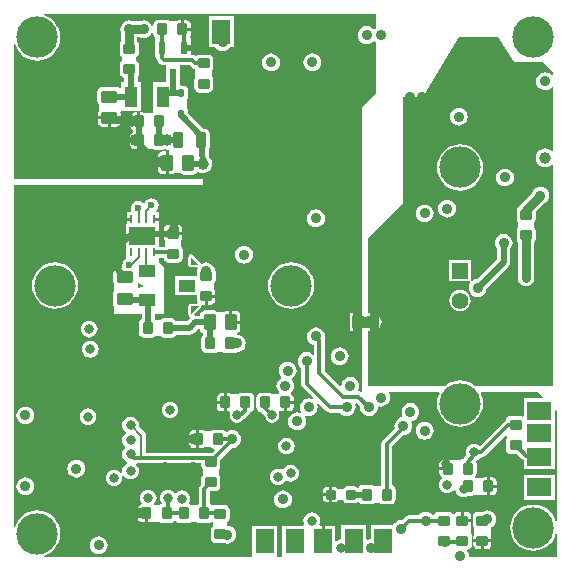
<source format=gbl>
G04 Layer_Physical_Order=4*
G04 Layer_Color=16711680*
%FSLAX44Y44*%
%MOMM*%
G71*
G01*
G75*
%ADD10R,1.5000X2.0000*%
G04:AMPARAMS|DCode=11|XSize=1mm|YSize=0.9mm|CornerRadius=0.1125mm|HoleSize=0mm|Usage=FLASHONLY|Rotation=180.000|XOffset=0mm|YOffset=0mm|HoleType=Round|Shape=RoundedRectangle|*
%AMROUNDEDRECTD11*
21,1,1.0000,0.6750,0,0,180.0*
21,1,0.7750,0.9000,0,0,180.0*
1,1,0.2250,-0.3875,0.3375*
1,1,0.2250,0.3875,0.3375*
1,1,0.2250,0.3875,-0.3375*
1,1,0.2250,-0.3875,-0.3375*
%
%ADD11ROUNDEDRECTD11*%
G04:AMPARAMS|DCode=13|XSize=1mm|YSize=0.9mm|CornerRadius=0.1125mm|HoleSize=0mm|Usage=FLASHONLY|Rotation=90.000|XOffset=0mm|YOffset=0mm|HoleType=Round|Shape=RoundedRectangle|*
%AMROUNDEDRECTD13*
21,1,1.0000,0.6750,0,0,90.0*
21,1,0.7750,0.9000,0,0,90.0*
1,1,0.2250,0.3375,0.3875*
1,1,0.2250,0.3375,-0.3875*
1,1,0.2250,-0.3375,-0.3875*
1,1,0.2250,-0.3375,0.3875*
%
%ADD13ROUNDEDRECTD13*%
G04:AMPARAMS|DCode=17|XSize=1.4mm|YSize=1mm|CornerRadius=0.125mm|HoleSize=0mm|Usage=FLASHONLY|Rotation=180.000|XOffset=0mm|YOffset=0mm|HoleType=Round|Shape=RoundedRectangle|*
%AMROUNDEDRECTD17*
21,1,1.4000,0.7500,0,0,180.0*
21,1,1.1500,1.0000,0,0,180.0*
1,1,0.2500,-0.5750,0.3750*
1,1,0.2500,0.5750,0.3750*
1,1,0.2500,0.5750,-0.3750*
1,1,0.2500,-0.5750,-0.3750*
%
%ADD17ROUNDEDRECTD17*%
G04:AMPARAMS|DCode=18|XSize=1.4mm|YSize=1mm|CornerRadius=0.125mm|HoleSize=0mm|Usage=FLASHONLY|Rotation=270.000|XOffset=0mm|YOffset=0mm|HoleType=Round|Shape=RoundedRectangle|*
%AMROUNDEDRECTD18*
21,1,1.4000,0.7500,0,0,270.0*
21,1,1.1500,1.0000,0,0,270.0*
1,1,0.2500,-0.3750,-0.5750*
1,1,0.2500,-0.3750,0.5750*
1,1,0.2500,0.3750,0.5750*
1,1,0.2500,0.3750,-0.5750*
%
%ADD18ROUNDEDRECTD18*%
G04:AMPARAMS|DCode=19|XSize=0.65mm|YSize=0.5mm|CornerRadius=0.05mm|HoleSize=0mm|Usage=FLASHONLY|Rotation=90.000|XOffset=0mm|YOffset=0mm|HoleType=Round|Shape=RoundedRectangle|*
%AMROUNDEDRECTD19*
21,1,0.6500,0.4000,0,0,90.0*
21,1,0.5500,0.5000,0,0,90.0*
1,1,0.1000,0.2000,0.2750*
1,1,0.1000,0.2000,-0.2750*
1,1,0.1000,-0.2000,-0.2750*
1,1,0.1000,-0.2000,0.2750*
%
%ADD19ROUNDEDRECTD19*%
G04:AMPARAMS|DCode=34|XSize=1.3mm|YSize=0.8mm|CornerRadius=0.1mm|HoleSize=0mm|Usage=FLASHONLY|Rotation=270.000|XOffset=0mm|YOffset=0mm|HoleType=Round|Shape=RoundedRectangle|*
%AMROUNDEDRECTD34*
21,1,1.3000,0.6000,0,0,270.0*
21,1,1.1000,0.8000,0,0,270.0*
1,1,0.2000,-0.3000,-0.5500*
1,1,0.2000,-0.3000,0.5500*
1,1,0.2000,0.3000,0.5500*
1,1,0.2000,0.3000,-0.5500*
%
%ADD34ROUNDEDRECTD34*%
%ADD41C,0.5000*%
%ADD42C,0.3000*%
%ADD44C,0.2000*%
%ADD45C,0.7500*%
%ADD47C,0.9000*%
%ADD49C,0.8000*%
%ADD50R,1.4000X1.4000*%
%ADD51C,1.4000*%
%ADD52C,3.5000*%
%ADD53C,0.9000*%
%ADD54C,1.0000*%
%ADD55C,0.6000*%
%ADD56R,0.2500X0.7000*%
%ADD57R,2.3000X1.5000*%
G04:AMPARAMS|DCode=58|XSize=0.8mm|YSize=0.8mm|CornerRadius=0.1mm|HoleSize=0mm|Usage=FLASHONLY|Rotation=180.000|XOffset=0mm|YOffset=0mm|HoleType=Round|Shape=RoundedRectangle|*
%AMROUNDEDRECTD58*
21,1,0.8000,0.6000,0,0,180.0*
21,1,0.6000,0.8000,0,0,180.0*
1,1,0.2000,-0.3000,0.3000*
1,1,0.2000,0.3000,0.3000*
1,1,0.2000,0.3000,-0.3000*
1,1,0.2000,-0.3000,-0.3000*
%
%ADD58ROUNDEDRECTD58*%
%ADD59R,1.0000X1.0000*%
%ADD60R,2.0000X1.5000*%
%ADD61R,0.6000X1.0500*%
%ADD62R,1.1000X1.8000*%
%ADD63R,1.4000X1.0000*%
G36*
X317000Y-10000D02*
Y-21616D01*
X315651Y-22651D01*
X315635Y-22672D01*
X314863D01*
X314161Y-22507D01*
X312782Y-21449D01*
X310958Y-20693D01*
X309000Y-20435D01*
X307042Y-20693D01*
X305218Y-21449D01*
X303651Y-22651D01*
X302449Y-24218D01*
X301693Y-26042D01*
X301435Y-28000D01*
X301693Y-29958D01*
X302449Y-31782D01*
X303651Y-33349D01*
X305218Y-34551D01*
X307042Y-35307D01*
X309000Y-35565D01*
X310958Y-35307D01*
X312782Y-34551D01*
X314161Y-33493D01*
X314863Y-33328D01*
X315635D01*
X315651Y-33349D01*
X317000Y-34384D01*
Y-77000D01*
X305000Y-89000D01*
X305000Y-117000D01*
Y-263435D01*
X302000D01*
X301812Y-263460D01*
X294460D01*
Y-270812D01*
X294435Y-271000D01*
X294460Y-271188D01*
Y-278540D01*
X301812D01*
X302000Y-278565D01*
X305000D01*
Y-329065D01*
X303756Y-329761D01*
X302567Y-329525D01*
X302441Y-329433D01*
X301856Y-328417D01*
X301817Y-328142D01*
X302307Y-326958D01*
X302565Y-325000D01*
X302307Y-323042D01*
X301551Y-321218D01*
X300349Y-319651D01*
X298782Y-318449D01*
X296958Y-317693D01*
X295000Y-317435D01*
X293042Y-317693D01*
X291218Y-318449D01*
X289651Y-319651D01*
X288449Y-321218D01*
X287693Y-323042D01*
X287534Y-324249D01*
X286193Y-324705D01*
X273588Y-312099D01*
Y-286000D01*
X273336Y-284734D01*
X273565Y-283000D01*
X273307Y-281042D01*
X272551Y-279218D01*
X271349Y-277651D01*
X269782Y-276449D01*
X267958Y-275693D01*
X266000Y-275435D01*
X264042Y-275693D01*
X262218Y-276449D01*
X260651Y-277651D01*
X259449Y-279218D01*
X258693Y-281042D01*
X258435Y-283000D01*
X258693Y-284958D01*
X259449Y-286782D01*
X260651Y-288349D01*
X262218Y-289551D01*
X264042Y-290307D01*
X264412Y-290356D01*
Y-298145D01*
X263142Y-298492D01*
X261782Y-297449D01*
X259958Y-296693D01*
X258000Y-296435D01*
X256042Y-296693D01*
X254218Y-297449D01*
X252651Y-298651D01*
X251449Y-300218D01*
X250693Y-302042D01*
X250435Y-304000D01*
X250693Y-305958D01*
X251449Y-307782D01*
X252651Y-309349D01*
X253412Y-309933D01*
Y-323000D01*
X253761Y-324756D01*
X254756Y-326244D01*
X263446Y-334935D01*
X262727Y-336012D01*
X261958Y-335693D01*
X260000Y-335435D01*
X258042Y-335693D01*
X256218Y-336449D01*
X254651Y-337651D01*
X253449Y-339218D01*
X252693Y-341042D01*
X252435Y-343000D01*
X252693Y-344958D01*
X253449Y-346782D01*
X253622Y-347007D01*
X252821Y-348051D01*
X251958Y-347693D01*
X250000Y-347435D01*
X248042Y-347693D01*
X246218Y-348449D01*
X244651Y-349651D01*
X243449Y-351218D01*
X242693Y-353042D01*
X242435Y-355000D01*
X242693Y-356958D01*
X243449Y-358782D01*
X244651Y-360349D01*
X246218Y-361551D01*
X248042Y-362307D01*
X250000Y-362565D01*
X251958Y-362307D01*
X253782Y-361551D01*
X255349Y-360349D01*
X256551Y-358782D01*
X257307Y-356958D01*
X257565Y-355000D01*
X257307Y-353042D01*
X256551Y-351218D01*
X256378Y-350993D01*
X257179Y-349949D01*
X258042Y-350307D01*
X260000Y-350565D01*
X261958Y-350307D01*
X263782Y-349551D01*
X265349Y-348349D01*
X266551Y-346782D01*
X267307Y-344958D01*
X267565Y-343000D01*
X267307Y-341042D01*
X266988Y-340273D01*
X268065Y-339554D01*
X274756Y-346244D01*
X276244Y-347239D01*
X278000Y-347588D01*
X286067D01*
X286651Y-348349D01*
X288218Y-349551D01*
X290042Y-350307D01*
X292000Y-350565D01*
X293958Y-350307D01*
X295782Y-349551D01*
X297349Y-348349D01*
X298551Y-346782D01*
X299307Y-344958D01*
X299565Y-343000D01*
X299307Y-341042D01*
X299100Y-340541D01*
X299870Y-339252D01*
X300680Y-339169D01*
X303561Y-342049D01*
X303435Y-343000D01*
X303693Y-344958D01*
X304449Y-346782D01*
X305651Y-348349D01*
X307218Y-349551D01*
X309042Y-350307D01*
X311000Y-350565D01*
X312958Y-350307D01*
X314782Y-349551D01*
X316349Y-348349D01*
X317551Y-346782D01*
X318307Y-344958D01*
X318504Y-343459D01*
X318765Y-342900D01*
X319767Y-342402D01*
X321000Y-342565D01*
X322958Y-342307D01*
X324782Y-341551D01*
X326349Y-340349D01*
X327551Y-338782D01*
X328307Y-336958D01*
X328565Y-335000D01*
X328307Y-333042D01*
X327551Y-331218D01*
X327491Y-331139D01*
X328053Y-330000D01*
X369999D01*
X370652Y-331089D01*
X369897Y-332502D01*
X368782Y-336177D01*
X368406Y-340000D01*
X368782Y-343823D01*
X369897Y-347498D01*
X371708Y-350886D01*
X374145Y-353855D01*
X377114Y-356292D01*
X380502Y-358103D01*
X384177Y-359218D01*
X388000Y-359594D01*
X391823Y-359218D01*
X395499Y-358103D01*
X398886Y-356292D01*
X401855Y-353855D01*
X404292Y-350886D01*
X406103Y-347498D01*
X407218Y-343823D01*
X407594Y-340000D01*
X407218Y-336177D01*
X406103Y-332502D01*
X405348Y-331089D01*
X406001Y-330000D01*
X454000D01*
X458327Y-334327D01*
X457841Y-335500D01*
X442000D01*
Y-350224D01*
X440730Y-350903D01*
X440485Y-350739D01*
X438875Y-350419D01*
X431125D01*
X429515Y-350739D01*
X428151Y-351651D01*
X427239Y-353016D01*
X427067Y-353879D01*
X425756Y-354756D01*
X404575Y-375937D01*
X403530Y-375135D01*
X401827Y-374430D01*
X400000Y-374190D01*
X398173Y-374430D01*
X396470Y-375135D01*
X395008Y-376258D01*
X393885Y-377720D01*
X393180Y-379423D01*
X392940Y-381250D01*
X393180Y-383077D01*
X393401Y-383610D01*
X391255Y-385756D01*
X390379Y-387067D01*
X389515Y-387239D01*
X388377Y-388000D01*
X382794D01*
X382305Y-387673D01*
X380875Y-387388D01*
X378770D01*
Y-395000D01*
X377500D01*
Y-396270D01*
X370388D01*
Y-398875D01*
X370672Y-400305D01*
X371482Y-401517D01*
X372383Y-402119D01*
X372592Y-403212D01*
X372548Y-403593D01*
X372008Y-404008D01*
X370886Y-405470D01*
X370180Y-407173D01*
X369940Y-409000D01*
X370180Y-410827D01*
X370886Y-412530D01*
X372008Y-413993D01*
X373470Y-415115D01*
X375173Y-415820D01*
X377000Y-416060D01*
X378827Y-415820D01*
X380530Y-415115D01*
X381992Y-413993D01*
X382785Y-412960D01*
X384113Y-413315D01*
X384180Y-413827D01*
X384885Y-415530D01*
X386008Y-416992D01*
X387470Y-418115D01*
X389173Y-418820D01*
X391000Y-419060D01*
X392827Y-418820D01*
X394530Y-418115D01*
X394574Y-418081D01*
X398375D01*
X399985Y-417761D01*
X401123Y-417000D01*
X406705D01*
X407195Y-417327D01*
X408625Y-417612D01*
X410730D01*
Y-410000D01*
Y-402388D01*
X408625D01*
X407195Y-402673D01*
X406705Y-403000D01*
X401412D01*
X400873Y-401898D01*
X400854Y-401841D01*
X401760Y-400485D01*
X402081Y-398875D01*
Y-391125D01*
X401760Y-389515D01*
X401535Y-389178D01*
X402149Y-387937D01*
X403530Y-387365D01*
X404992Y-386242D01*
X405303Y-385838D01*
X405750D01*
X407506Y-385489D01*
X408994Y-384494D01*
X426827Y-366662D01*
X428000Y-367148D01*
Y-368877D01*
X427239Y-370015D01*
X426919Y-371625D01*
Y-378375D01*
X427239Y-379985D01*
X428151Y-381349D01*
X429515Y-382261D01*
X431125Y-382581D01*
X436092D01*
X440756Y-387244D01*
X442000Y-388076D01*
Y-395500D01*
X468000D01*
Y-375500D01*
Y-356500D01*
Y-345746D01*
X469109Y-345271D01*
X470000Y-346006D01*
Y-439381D01*
X468730Y-439569D01*
X468103Y-437502D01*
X466292Y-434114D01*
X463855Y-431145D01*
X460886Y-428708D01*
X457498Y-426897D01*
X453823Y-425782D01*
X450000Y-425406D01*
X446177Y-425782D01*
X442502Y-426897D01*
X439114Y-428708D01*
X436145Y-431145D01*
X433708Y-434114D01*
X431897Y-437502D01*
X430782Y-441177D01*
X430406Y-445000D01*
X430782Y-448823D01*
X431897Y-452498D01*
X433708Y-455886D01*
X436145Y-458855D01*
X439114Y-461292D01*
X442502Y-463103D01*
X446177Y-464218D01*
X450000Y-464594D01*
X453823Y-464218D01*
X457498Y-463103D01*
X460886Y-461292D01*
X463855Y-458855D01*
X466292Y-455886D01*
X468103Y-452498D01*
X468730Y-450431D01*
X470000Y-450619D01*
Y-470000D01*
X396396D01*
X395559Y-469045D01*
X395565Y-469000D01*
X395307Y-467042D01*
X394551Y-465218D01*
X394234Y-464804D01*
X394761Y-463405D01*
X395485Y-463261D01*
X396849Y-462349D01*
X397761Y-460984D01*
X398081Y-459375D01*
Y-452625D01*
X397761Y-451016D01*
X397000Y-449877D01*
Y-444295D01*
X397327Y-443805D01*
X397612Y-442375D01*
Y-440270D01*
X390000D01*
Y-439000D01*
X388730D01*
Y-431888D01*
X386125D01*
X384695Y-432172D01*
X383483Y-432982D01*
X382982Y-433732D01*
X382658Y-433807D01*
X381569Y-433729D01*
X380849Y-432651D01*
X379484Y-431739D01*
X377875Y-431419D01*
X370125D01*
X368516Y-431739D01*
X367151Y-432651D01*
X366239Y-434016D01*
X366161Y-434412D01*
X364933D01*
X364349Y-433651D01*
X362782Y-432449D01*
X360958Y-431693D01*
X359000Y-431435D01*
X357042Y-431693D01*
X355218Y-432449D01*
X353651Y-433651D01*
X353067Y-434412D01*
X345000D01*
X343244Y-434761D01*
X341756Y-435756D01*
X338951Y-438560D01*
X338000Y-438435D01*
X336042Y-438693D01*
X334218Y-439449D01*
X332651Y-440651D01*
X331449Y-442218D01*
X331125Y-443000D01*
X312500D01*
Y-454501D01*
X311042Y-454693D01*
X309770Y-455220D01*
X308500Y-454507D01*
Y-443000D01*
X287500D01*
Y-454500D01*
X286999Y-454939D01*
X285172Y-455179D01*
X283469Y-455885D01*
X283179Y-456107D01*
X282040Y-455546D01*
Y-443460D01*
X273270D01*
Y-456000D01*
X270730D01*
Y-443460D01*
X269344D01*
X268755Y-442190D01*
X269320Y-440827D01*
X269560Y-439000D01*
X269320Y-437173D01*
X268614Y-435470D01*
X267492Y-434008D01*
X266030Y-432886D01*
X264327Y-432180D01*
X262500Y-431940D01*
X260672Y-432180D01*
X258970Y-432886D01*
X257507Y-434008D01*
X256385Y-435470D01*
X255680Y-437173D01*
X255439Y-439000D01*
X255680Y-440827D01*
X256137Y-441930D01*
X255396Y-443200D01*
X237500D01*
Y-469200D01*
X236561Y-470000D01*
X234039D01*
X233100Y-469200D01*
X233100Y-468730D01*
Y-443200D01*
X212100D01*
Y-468730D01*
X212100Y-469200D01*
X211161Y-470000D01*
X35619D01*
X35431Y-468730D01*
X37498Y-468103D01*
X40886Y-466292D01*
X43855Y-463855D01*
X46292Y-460886D01*
X48103Y-457498D01*
X49218Y-453823D01*
X49594Y-450000D01*
X49218Y-446177D01*
X48103Y-442502D01*
X46292Y-439114D01*
X43855Y-436145D01*
X40886Y-433708D01*
X37498Y-431897D01*
X33823Y-430782D01*
X30000Y-430406D01*
X26177Y-430782D01*
X22502Y-431897D01*
X19114Y-433708D01*
X16145Y-436145D01*
X13708Y-439114D01*
X11897Y-442502D01*
X11270Y-444569D01*
X10000Y-444381D01*
Y-155000D01*
X170000D01*
Y-150000D01*
X10000D01*
Y-35619D01*
X11270Y-35431D01*
X11897Y-37498D01*
X13708Y-40886D01*
X16145Y-43855D01*
X19114Y-46292D01*
X22502Y-48103D01*
X26177Y-49218D01*
X30000Y-49594D01*
X33823Y-49218D01*
X37498Y-48103D01*
X40886Y-46292D01*
X43855Y-43855D01*
X46292Y-40886D01*
X48103Y-37498D01*
X49218Y-33823D01*
X49594Y-30000D01*
X49218Y-26177D01*
X48103Y-22502D01*
X46292Y-19114D01*
X43855Y-16145D01*
X40886Y-13708D01*
X37498Y-11897D01*
X35431Y-11270D01*
X35619Y-10000D01*
X317000Y-10000D01*
D02*
G37*
G36*
X434000Y-51000D02*
X458000D01*
X467000Y-60000D01*
Y-61716D01*
X465730Y-62147D01*
X465349Y-61651D01*
X463782Y-60449D01*
X461958Y-59693D01*
X460000Y-59435D01*
X458042Y-59693D01*
X456218Y-60449D01*
X454651Y-61651D01*
X453449Y-63218D01*
X452693Y-65042D01*
X452435Y-67000D01*
X452693Y-68958D01*
X453449Y-70782D01*
X454651Y-72349D01*
X456218Y-73551D01*
X458042Y-74307D01*
X460000Y-74565D01*
X461958Y-74307D01*
X463782Y-73551D01*
X465349Y-72349D01*
X465730Y-71853D01*
X467000Y-72284D01*
Y-125895D01*
X465730Y-126326D01*
X465706Y-126294D01*
X464035Y-125012D01*
X462088Y-124206D01*
X460000Y-123931D01*
X457912Y-124206D01*
X455965Y-125012D01*
X454294Y-126294D01*
X453012Y-127965D01*
X452206Y-129912D01*
X451931Y-132000D01*
X452206Y-134088D01*
X453012Y-136034D01*
X454294Y-137706D01*
X455965Y-138988D01*
X457912Y-139794D01*
X460000Y-140069D01*
X462088Y-139794D01*
X464035Y-138988D01*
X465706Y-137706D01*
X465730Y-137674D01*
X467000Y-138105D01*
Y-275000D01*
Y-324885D01*
X400320D01*
X398886Y-323708D01*
X395499Y-321897D01*
X391823Y-320782D01*
X388000Y-320406D01*
X384177Y-320782D01*
X380502Y-321897D01*
X377114Y-323708D01*
X375680Y-324885D01*
X309966D01*
Y-279000D01*
X310000D01*
Y-278565D01*
X314000D01*
X315958Y-278307D01*
X317782Y-277551D01*
X319349Y-276349D01*
X320551Y-274782D01*
X321307Y-272958D01*
X321565Y-271000D01*
X321307Y-269042D01*
X320551Y-267218D01*
X319349Y-265651D01*
X317782Y-264449D01*
X315958Y-263693D01*
X314000Y-263435D01*
X310000D01*
Y-263000D01*
X309966D01*
Y-200000D01*
X340000Y-169966D01*
X340000Y-80000D01*
X357000D01*
X387000Y-30000D01*
X420000D01*
X434000Y-51000D01*
D02*
G37*
%LPC*%
G36*
X139375Y-14919D02*
X132625D01*
X131016Y-15239D01*
X129651Y-16151D01*
X128739Y-17515D01*
X128419Y-19125D01*
Y-20409D01*
X127149Y-20661D01*
X126551Y-19218D01*
X125349Y-17651D01*
X123782Y-16449D01*
X121958Y-15693D01*
X120000Y-15435D01*
X118042Y-15693D01*
X116838Y-16192D01*
X111162D01*
X109958Y-15693D01*
X108000Y-15435D01*
X106042Y-15693D01*
X104218Y-16449D01*
X102651Y-17651D01*
X101449Y-19218D01*
X100693Y-21042D01*
X100435Y-23000D01*
X100693Y-24958D01*
X101192Y-26162D01*
Y-33124D01*
X101151Y-33151D01*
X100239Y-34516D01*
X99919Y-36125D01*
Y-42875D01*
X100239Y-44485D01*
X101151Y-45849D01*
X102000Y-46416D01*
Y-49584D01*
X101151Y-50151D01*
X100239Y-51515D01*
X99919Y-53125D01*
Y-59875D01*
X100239Y-61484D01*
X101151Y-62849D01*
X102515Y-63761D01*
X103892Y-64035D01*
Y-68000D01*
X101000D01*
Y-72675D01*
X100170Y-73032D01*
X99730Y-73130D01*
X98408Y-72247D01*
X96750Y-71917D01*
X85250D01*
X83592Y-72247D01*
X82186Y-73186D01*
X81247Y-74592D01*
X80917Y-76250D01*
Y-83750D01*
X81247Y-85408D01*
X82000Y-86536D01*
Y-92292D01*
X81680Y-92771D01*
X81386Y-94250D01*
Y-96730D01*
X91000D01*
X100614D01*
Y-94250D01*
X100367Y-93008D01*
X101008Y-92247D01*
X101332Y-92000D01*
X118000D01*
Y-68000D01*
X115108D01*
Y-62462D01*
X115761Y-61484D01*
X116081Y-59875D01*
Y-53125D01*
X115761Y-51515D01*
X114849Y-50151D01*
X114000Y-49584D01*
Y-46416D01*
X114849Y-45849D01*
X115761Y-44485D01*
X116081Y-42875D01*
Y-36125D01*
X115761Y-34516D01*
X114849Y-33151D01*
X114808Y-33124D01*
Y-29808D01*
X116838D01*
X118042Y-30307D01*
X120000Y-30565D01*
X121958Y-30307D01*
X123782Y-29551D01*
X125349Y-28349D01*
X126551Y-26782D01*
X127149Y-25339D01*
X128419Y-25591D01*
Y-26875D01*
X128739Y-28484D01*
X129164Y-29119D01*
X129500Y-30250D01*
X129500Y-30250D01*
X129500D01*
X129500Y-30250D01*
Y-46750D01*
X130912D01*
Y-47500D01*
X131261Y-49256D01*
X132256Y-50744D01*
X133756Y-52244D01*
X135244Y-53239D01*
X137000Y-53588D01*
X139000D01*
Y-68000D01*
X128000D01*
Y-92000D01*
X128000D01*
X128014Y-93098D01*
X127981Y-93262D01*
X126877Y-94000D01*
X121295D01*
X120805Y-93673D01*
X119375Y-93388D01*
X117270D01*
Y-101000D01*
X116000D01*
Y-102270D01*
X108888D01*
Y-104875D01*
X109172Y-106305D01*
X109983Y-107517D01*
X111195Y-108327D01*
X111322Y-108352D01*
Y-109647D01*
X111195Y-109673D01*
X109983Y-110483D01*
X109173Y-111695D01*
X108888Y-113125D01*
Y-115730D01*
X116000D01*
Y-117000D01*
X117270D01*
Y-124612D01*
X119375D01*
X120805Y-124327D01*
X121295Y-124000D01*
X126877D01*
X128015Y-124761D01*
X129625Y-125081D01*
X136375D01*
X137881Y-124781D01*
X137912Y-124794D01*
X140000Y-125069D01*
X141687Y-124847D01*
X141977Y-125116D01*
X141485Y-126370D01*
X141465Y-126386D01*
X141270D01*
Y-136000D01*
Y-145614D01*
X143750D01*
X145229Y-145320D01*
X145708Y-145000D01*
X151464D01*
X152592Y-145753D01*
X154250Y-146083D01*
X161750D01*
X163408Y-145753D01*
X164814Y-144814D01*
X165292Y-144099D01*
X165965Y-143988D01*
X167912Y-144794D01*
X170000Y-145069D01*
X172088Y-144794D01*
X174035Y-143988D01*
X175706Y-142706D01*
X176988Y-141034D01*
X177794Y-139088D01*
X178069Y-137000D01*
X177794Y-134912D01*
X176988Y-132965D01*
X175706Y-131294D01*
X175364Y-131032D01*
X175114Y-125039D01*
X175768Y-124061D01*
X176078Y-122500D01*
Y-111500D01*
X175768Y-109939D01*
X174884Y-108616D01*
X173561Y-107732D01*
X172000Y-107422D01*
X171352D01*
X157569Y-93638D01*
Y-92250D01*
X157297Y-90884D01*
X156523Y-89727D01*
X156500Y-89711D01*
Y-82289D01*
X156523Y-82273D01*
X157297Y-81116D01*
X157569Y-79750D01*
Y-77197D01*
X157608Y-77000D01*
X157569Y-76803D01*
Y-74250D01*
X157297Y-72884D01*
X156523Y-71727D01*
X155366Y-70953D01*
X154000Y-70681D01*
X151817D01*
X151000Y-69750D01*
Y-53588D01*
X159100D01*
X160756Y-55244D01*
X162244Y-56239D01*
X163126Y-56414D01*
X163239Y-56985D01*
X164000Y-58123D01*
Y-62877D01*
X163239Y-64015D01*
X162919Y-65625D01*
Y-72375D01*
X163239Y-73984D01*
X164151Y-75349D01*
X165515Y-76261D01*
X167125Y-76581D01*
X174875D01*
X176485Y-76261D01*
X177849Y-75349D01*
X178761Y-73984D01*
X179081Y-72375D01*
Y-65625D01*
X178761Y-64015D01*
X178000Y-62877D01*
Y-58123D01*
X178761Y-56985D01*
X179081Y-55375D01*
Y-48625D01*
X178761Y-47016D01*
X177849Y-45651D01*
X176485Y-44739D01*
X174875Y-44419D01*
X167125D01*
X165515Y-44739D01*
X164151Y-45651D01*
X164132Y-45680D01*
X162756Y-44761D01*
X161000Y-44412D01*
X160040D01*
Y-39770D01*
X154500D01*
Y-37230D01*
X160040D01*
Y-30710D01*
X159518D01*
X159159Y-29854D01*
X159069Y-29440D01*
X159827Y-28305D01*
X160112Y-26875D01*
Y-24270D01*
X153000D01*
Y-23000D01*
X151730D01*
Y-15388D01*
X149625D01*
X148195Y-15673D01*
X147705Y-16000D01*
X142123D01*
X140984Y-15239D01*
X139375Y-14919D01*
D02*
G37*
G36*
X156375Y-15388D02*
X154270D01*
Y-21730D01*
X160112D01*
Y-19125D01*
X159827Y-17695D01*
X159017Y-16483D01*
X157805Y-15673D01*
X156375Y-15388D01*
D02*
G37*
G36*
X196500Y-12000D02*
X175500D01*
Y-38000D01*
X180616D01*
X181651Y-39349D01*
X183217Y-40551D01*
X185042Y-41307D01*
X187000Y-41565D01*
X188958Y-41307D01*
X190782Y-40551D01*
X192349Y-39349D01*
X193384Y-38000D01*
X196500D01*
Y-12000D01*
D02*
G37*
G36*
X263000Y-43435D02*
X261042Y-43693D01*
X259218Y-44449D01*
X257651Y-45651D01*
X256449Y-47218D01*
X255693Y-49042D01*
X255435Y-51000D01*
X255693Y-52958D01*
X256449Y-54782D01*
X257651Y-56349D01*
X259218Y-57551D01*
X261042Y-58307D01*
X263000Y-58565D01*
X264958Y-58307D01*
X266782Y-57551D01*
X268349Y-56349D01*
X269551Y-54782D01*
X270307Y-52958D01*
X270565Y-51000D01*
X270307Y-49042D01*
X269551Y-47218D01*
X268349Y-45651D01*
X266782Y-44449D01*
X264958Y-43693D01*
X263000Y-43435D01*
D02*
G37*
G36*
X228000D02*
X226042Y-43693D01*
X224218Y-44449D01*
X222651Y-45651D01*
X221449Y-47218D01*
X220693Y-49042D01*
X220435Y-51000D01*
X220693Y-52958D01*
X221449Y-54782D01*
X222651Y-56349D01*
X224218Y-57551D01*
X226042Y-58307D01*
X228000Y-58565D01*
X229958Y-58307D01*
X231782Y-57551D01*
X233349Y-56349D01*
X234551Y-54782D01*
X235307Y-52958D01*
X235565Y-51000D01*
X235307Y-49042D01*
X234551Y-47218D01*
X233349Y-45651D01*
X231782Y-44449D01*
X229958Y-43693D01*
X228000Y-43435D01*
D02*
G37*
G36*
X114730Y-93388D02*
X112625D01*
X111195Y-93673D01*
X109983Y-94483D01*
X109172Y-95695D01*
X108888Y-97125D01*
Y-99730D01*
X114730D01*
Y-93388D01*
D02*
G37*
G36*
X100614Y-99270D02*
X92270D01*
Y-105614D01*
X96750D01*
X98229Y-105320D01*
X99482Y-104482D01*
X100320Y-103229D01*
X100614Y-101750D01*
Y-99270D01*
D02*
G37*
G36*
X89730D02*
X81386D01*
Y-101750D01*
X81680Y-103229D01*
X82518Y-104482D01*
X83771Y-105320D01*
X85250Y-105614D01*
X89730D01*
Y-99270D01*
D02*
G37*
G36*
X114730Y-118270D02*
X108888D01*
Y-120875D01*
X109173Y-122305D01*
X109983Y-123517D01*
X111195Y-124327D01*
X112625Y-124612D01*
X114730D01*
Y-118270D01*
D02*
G37*
G36*
X138730Y-126386D02*
X136250D01*
X134771Y-126680D01*
X133518Y-127518D01*
X132680Y-128771D01*
X132386Y-130250D01*
Y-134730D01*
X138730D01*
Y-126386D01*
D02*
G37*
G36*
Y-137270D02*
X132386D01*
Y-141750D01*
X132680Y-143229D01*
X133518Y-144482D01*
X134771Y-145320D01*
X136250Y-145614D01*
X138730D01*
Y-137270D01*
D02*
G37*
G36*
X126750Y-166133D02*
X124409Y-166598D01*
X122424Y-167924D01*
X121098Y-169909D01*
X121089Y-169953D01*
X119844Y-170201D01*
X119826Y-170174D01*
X117841Y-168848D01*
X115500Y-168382D01*
X113159Y-168848D01*
X111174Y-170174D01*
X109848Y-172159D01*
X109382Y-174500D01*
X109812Y-176660D01*
X109430Y-177624D01*
X109266Y-177930D01*
X105710D01*
Y-182700D01*
X109500D01*
Y-185240D01*
X105710D01*
Y-187960D01*
X104960D01*
Y-196730D01*
X119000D01*
X133040D01*
Y-187960D01*
X132790D01*
Y-185270D01*
X129000D01*
Y-182730D01*
X132790D01*
Y-177960D01*
X131290D01*
X130905Y-176690D01*
X131076Y-176576D01*
X132402Y-174591D01*
X132867Y-172250D01*
X132402Y-169909D01*
X131076Y-167924D01*
X129091Y-166598D01*
X126750Y-166133D01*
D02*
G37*
G36*
X266000Y-175435D02*
X264042Y-175693D01*
X262218Y-176449D01*
X260651Y-177651D01*
X259449Y-179218D01*
X258693Y-181042D01*
X258435Y-183000D01*
X258693Y-184958D01*
X259449Y-186782D01*
X260651Y-188349D01*
X262218Y-189551D01*
X264042Y-190307D01*
X266000Y-190565D01*
X267958Y-190307D01*
X269782Y-189551D01*
X271349Y-188349D01*
X272551Y-186782D01*
X273307Y-184958D01*
X273565Y-183000D01*
X273307Y-181042D01*
X272551Y-179218D01*
X271349Y-177651D01*
X269782Y-176449D01*
X267958Y-175693D01*
X266000Y-175435D01*
D02*
G37*
G36*
X148875Y-188888D02*
X146270D01*
Y-194730D01*
X152612D01*
Y-192625D01*
X152327Y-191195D01*
X151517Y-189982D01*
X150305Y-189172D01*
X148875Y-188888D01*
D02*
G37*
G36*
X143730D02*
X141125D01*
X139695Y-189172D01*
X138483Y-189982D01*
X137673Y-191195D01*
X137388Y-192625D01*
Y-194730D01*
X143730D01*
Y-188888D01*
D02*
G37*
G36*
X152612Y-197270D02*
X145000D01*
X137388D01*
Y-199375D01*
X137673Y-200805D01*
X138000Y-201295D01*
Y-206877D01*
X137643Y-207412D01*
X133250D01*
Y-205500D01*
X133040D01*
Y-199270D01*
X119000D01*
X104960D01*
Y-208040D01*
X105250D01*
Y-217621D01*
X103674Y-218674D01*
X102348Y-220659D01*
X101882Y-223000D01*
X102104Y-224116D01*
X101062Y-225386D01*
X98250D01*
X96771Y-225680D01*
X95518Y-226518D01*
X94680Y-227771D01*
X94386Y-229250D01*
Y-236750D01*
X94680Y-238229D01*
X95000Y-238708D01*
Y-244464D01*
X94247Y-245592D01*
X93917Y-247250D01*
Y-254750D01*
X94247Y-256408D01*
X95000Y-257536D01*
Y-264000D01*
X118392D01*
Y-268322D01*
X117151Y-269151D01*
X116239Y-270515D01*
X115919Y-272125D01*
Y-279875D01*
X116239Y-281485D01*
X117151Y-282849D01*
X118516Y-283761D01*
X120125Y-284081D01*
X126875D01*
X128484Y-283761D01*
X129623Y-283000D01*
X134377D01*
X135515Y-283761D01*
X137125Y-284081D01*
X143875D01*
X145485Y-283761D01*
X146849Y-282849D01*
X147678Y-281608D01*
X159000D01*
X161146Y-281181D01*
X162965Y-279965D01*
X166323Y-276608D01*
X167917D01*
Y-276750D01*
X168247Y-278408D01*
X169186Y-279814D01*
X170322Y-280573D01*
X170444Y-281590D01*
X170371Y-282004D01*
X170151Y-282151D01*
X169239Y-283515D01*
X168919Y-285125D01*
Y-292875D01*
X169239Y-294485D01*
X170151Y-295849D01*
X171516Y-296761D01*
X173125Y-297081D01*
X179875D01*
X181485Y-296761D01*
X182623Y-296000D01*
X187377D01*
X188515Y-296761D01*
X190125Y-297081D01*
X196875D01*
X198484Y-296761D01*
X198814Y-296540D01*
X199000Y-296565D01*
X200958Y-296307D01*
X202782Y-295551D01*
X204349Y-294349D01*
X205551Y-292782D01*
X206307Y-290958D01*
X206565Y-289000D01*
X206307Y-287042D01*
X205551Y-285218D01*
X204349Y-283651D01*
X202782Y-282449D01*
X200958Y-281693D01*
X199561Y-281509D01*
X199390Y-280897D01*
X199398Y-280207D01*
X200483Y-279482D01*
X201320Y-278229D01*
X201614Y-276750D01*
Y-272270D01*
X194000D01*
Y-271000D01*
X192730D01*
Y-261386D01*
X190250D01*
X188771Y-261680D01*
X188292Y-262000D01*
X182536D01*
X181408Y-261247D01*
X179750Y-260917D01*
X172250D01*
X170592Y-261247D01*
X169186Y-262186D01*
X168247Y-263592D01*
X167917Y-265250D01*
Y-265392D01*
X164000D01*
X163735Y-265445D01*
X163109Y-264275D01*
X168442Y-258942D01*
X168884Y-258280D01*
X169039Y-257500D01*
X169006Y-257332D01*
X169840Y-256179D01*
X169959Y-256112D01*
X171730D01*
Y-249000D01*
X173000D01*
Y-247730D01*
X180612D01*
Y-245625D01*
X180327Y-244195D01*
X180000Y-243705D01*
Y-238123D01*
X180761Y-236985D01*
X181081Y-235375D01*
Y-228625D01*
X180761Y-227015D01*
X180355Y-226409D01*
X180307Y-226042D01*
X179551Y-224218D01*
X178349Y-222651D01*
X176782Y-221449D01*
X174958Y-220693D01*
X173000Y-220435D01*
X171042Y-220693D01*
X169218Y-221449D01*
X168639Y-221353D01*
X168442Y-221058D01*
X161442Y-214058D01*
X160781Y-213616D01*
X160000Y-213461D01*
X160000D01*
X159220Y-213616D01*
X158558Y-214058D01*
X158558Y-214058D01*
X158116Y-214720D01*
X157961Y-215500D01*
X157961Y-222500D01*
X158116Y-223280D01*
X158558Y-223942D01*
X158558Y-223942D01*
X159220Y-224384D01*
X160000Y-224539D01*
X165173D01*
X165878Y-225595D01*
X165693Y-226042D01*
X165645Y-226409D01*
X165239Y-227015D01*
X164919Y-228625D01*
Y-232000D01*
X147000D01*
Y-248000D01*
X165388D01*
Y-252375D01*
X165673Y-253805D01*
X165930Y-254191D01*
X165252Y-255461D01*
X160000D01*
X159220Y-255616D01*
X158558Y-256058D01*
X158558Y-256058D01*
X158116Y-256720D01*
X157961Y-257500D01*
X157961Y-264500D01*
X157961Y-264500D01*
X158116Y-265280D01*
X158558Y-265942D01*
X158558Y-265942D01*
X159022Y-266252D01*
X159379Y-267411D01*
X159362Y-267707D01*
X156677Y-270392D01*
X147678D01*
X146849Y-269151D01*
X145485Y-268239D01*
X143875Y-267919D01*
X137125D01*
X135515Y-268239D01*
X134377Y-269000D01*
X129623D01*
X129608Y-268990D01*
Y-264000D01*
X137000D01*
Y-224000D01*
X132770Y-219770D01*
X133250Y-218500D01*
X133250D01*
Y-216588D01*
X136962D01*
X137239Y-217985D01*
X138151Y-219349D01*
X139515Y-220261D01*
X141125Y-220581D01*
X148875D01*
X150485Y-220261D01*
X151849Y-219349D01*
X152761Y-217985D01*
X153081Y-216375D01*
Y-209625D01*
X152761Y-208015D01*
X152000Y-206877D01*
Y-201295D01*
X152327Y-200805D01*
X152612Y-199375D01*
Y-197270D01*
D02*
G37*
G36*
X205000Y-206435D02*
X203042Y-206693D01*
X201218Y-207449D01*
X199651Y-208651D01*
X198449Y-210218D01*
X197693Y-212042D01*
X197435Y-214000D01*
X197693Y-215958D01*
X198449Y-217782D01*
X199651Y-219349D01*
X201218Y-220551D01*
X203042Y-221307D01*
X205000Y-221565D01*
X206958Y-221307D01*
X208782Y-220551D01*
X210349Y-219349D01*
X211551Y-217782D01*
X212307Y-215958D01*
X212565Y-214000D01*
X212307Y-212042D01*
X211551Y-210218D01*
X210349Y-208651D01*
X208782Y-207449D01*
X206958Y-206693D01*
X205000Y-206435D01*
D02*
G37*
G36*
X180612Y-250270D02*
X174270D01*
Y-256112D01*
X176875D01*
X178305Y-255827D01*
X179517Y-255017D01*
X180327Y-253805D01*
X180612Y-252375D01*
Y-250270D01*
D02*
G37*
G36*
X245000Y-220406D02*
X241177Y-220782D01*
X237502Y-221897D01*
X234114Y-223708D01*
X231145Y-226145D01*
X228708Y-229114D01*
X226897Y-232502D01*
X225782Y-236177D01*
X225406Y-240000D01*
X225782Y-243823D01*
X226897Y-247498D01*
X228708Y-250886D01*
X231145Y-253855D01*
X234114Y-256292D01*
X237502Y-258103D01*
X241177Y-259218D01*
X245000Y-259594D01*
X248823Y-259218D01*
X252498Y-258103D01*
X255886Y-256292D01*
X258855Y-253855D01*
X261292Y-250886D01*
X263103Y-247498D01*
X264218Y-243823D01*
X264594Y-240000D01*
X264218Y-236177D01*
X263103Y-232502D01*
X261292Y-229114D01*
X258855Y-226145D01*
X255886Y-223708D01*
X252498Y-221897D01*
X248823Y-220782D01*
X245000Y-220406D01*
D02*
G37*
G36*
X45000D02*
X41177Y-220782D01*
X37502Y-221897D01*
X34114Y-223708D01*
X31145Y-226145D01*
X28708Y-229114D01*
X26897Y-232502D01*
X25782Y-236177D01*
X25406Y-240000D01*
X25782Y-243823D01*
X26897Y-247498D01*
X28708Y-250886D01*
X31145Y-253855D01*
X34114Y-256292D01*
X37502Y-258103D01*
X41177Y-259218D01*
X45000Y-259594D01*
X48823Y-259218D01*
X52498Y-258103D01*
X55886Y-256292D01*
X58855Y-253855D01*
X61292Y-250886D01*
X63103Y-247498D01*
X64218Y-243823D01*
X64594Y-240000D01*
X64218Y-236177D01*
X63103Y-232502D01*
X61292Y-229114D01*
X58855Y-226145D01*
X55886Y-223708D01*
X52498Y-221897D01*
X48823Y-220782D01*
X45000Y-220406D01*
D02*
G37*
G36*
X197750Y-261386D02*
X195270D01*
Y-269730D01*
X201614D01*
Y-265250D01*
X201320Y-263771D01*
X200483Y-262518D01*
X199229Y-261680D01*
X197750Y-261386D01*
D02*
G37*
G36*
X74000Y-269940D02*
X72173Y-270180D01*
X70470Y-270886D01*
X69008Y-272008D01*
X67885Y-273470D01*
X67180Y-275173D01*
X66940Y-277000D01*
X67180Y-278827D01*
X67885Y-280530D01*
X69008Y-281992D01*
X70470Y-283114D01*
X72173Y-283820D01*
X74000Y-284060D01*
X75827Y-283820D01*
X77530Y-283114D01*
X78992Y-281992D01*
X80114Y-280530D01*
X80820Y-278827D01*
X81060Y-277000D01*
X80820Y-275173D01*
X80114Y-273470D01*
X78992Y-272008D01*
X77530Y-270886D01*
X75827Y-270180D01*
X74000Y-269940D01*
D02*
G37*
G36*
X75000Y-286940D02*
X73173Y-287180D01*
X71470Y-287885D01*
X70008Y-289008D01*
X68885Y-290470D01*
X68180Y-292173D01*
X67940Y-294000D01*
X68180Y-295827D01*
X68885Y-297530D01*
X70008Y-298992D01*
X71470Y-300114D01*
X73173Y-300820D01*
X75000Y-301060D01*
X76827Y-300820D01*
X78530Y-300114D01*
X79992Y-298992D01*
X81114Y-297530D01*
X81820Y-295827D01*
X82060Y-294000D01*
X81820Y-292173D01*
X81114Y-290470D01*
X79992Y-289008D01*
X78530Y-287885D01*
X76827Y-287180D01*
X75000Y-286940D01*
D02*
G37*
G36*
X286000Y-292435D02*
X284042Y-292693D01*
X282218Y-293449D01*
X280651Y-294651D01*
X279449Y-296218D01*
X278693Y-298042D01*
X278435Y-300000D01*
X278693Y-301958D01*
X279449Y-303782D01*
X280651Y-305349D01*
X282218Y-306551D01*
X284042Y-307307D01*
X286000Y-307565D01*
X287958Y-307307D01*
X289782Y-306551D01*
X291349Y-305349D01*
X292551Y-303782D01*
X293307Y-301958D01*
X293565Y-300000D01*
X293307Y-298042D01*
X292551Y-296218D01*
X291349Y-294651D01*
X289782Y-293449D01*
X287958Y-292693D01*
X286000Y-292435D01*
D02*
G37*
G36*
X209375Y-330919D02*
X202625D01*
X201016Y-331239D01*
X199877Y-332000D01*
X194295D01*
X193805Y-331673D01*
X192375Y-331388D01*
X190270D01*
Y-339000D01*
Y-346612D01*
X192375D01*
X192543Y-346578D01*
X193348Y-347659D01*
X192882Y-350000D01*
X193348Y-352341D01*
X194674Y-354326D01*
X196659Y-355652D01*
X199000Y-356118D01*
X201341Y-355652D01*
X203326Y-354326D01*
X203327Y-354324D01*
X203756Y-354239D01*
X205244Y-353244D01*
X209244Y-349244D01*
X210239Y-347756D01*
X210415Y-346874D01*
X210985Y-346761D01*
X212349Y-345849D01*
X213261Y-344484D01*
X213581Y-342875D01*
Y-335125D01*
X213261Y-333516D01*
X212349Y-332151D01*
X210985Y-331239D01*
X209375Y-330919D01*
D02*
G37*
G36*
X242000Y-304435D02*
X240042Y-304693D01*
X238218Y-305449D01*
X236651Y-306651D01*
X235449Y-308218D01*
X234693Y-310042D01*
X234435Y-312000D01*
X234693Y-313958D01*
X235449Y-315782D01*
X236386Y-317004D01*
X236242Y-318241D01*
X236108Y-318533D01*
X234651Y-319651D01*
X233449Y-321218D01*
X232693Y-323042D01*
X232435Y-325000D01*
X232693Y-326958D01*
X233449Y-328782D01*
X234651Y-330349D01*
X234895Y-330536D01*
X234711Y-331996D01*
X234705Y-332000D01*
X229123D01*
X227984Y-331239D01*
X226375Y-330919D01*
X219625D01*
X218015Y-331239D01*
X216651Y-332151D01*
X215739Y-333516D01*
X215419Y-335125D01*
Y-342875D01*
X215739Y-344484D01*
X216651Y-345849D01*
X218015Y-346761D01*
X219625Y-347081D01*
X219646D01*
X219755Y-347244D01*
X222975Y-350463D01*
X223348Y-352341D01*
X224674Y-354326D01*
X226659Y-355652D01*
X229000Y-356118D01*
X231341Y-355652D01*
X233326Y-354326D01*
X234652Y-352341D01*
X235117Y-350000D01*
X234652Y-347659D01*
X234450Y-347357D01*
X235007Y-346588D01*
X235304Y-346349D01*
X236625Y-346612D01*
X238730D01*
Y-339000D01*
X240000D01*
Y-337730D01*
X247112D01*
Y-335125D01*
X246827Y-333695D01*
X246017Y-332483D01*
X245289Y-331996D01*
X245105Y-330536D01*
X245349Y-330349D01*
X246551Y-328782D01*
X247307Y-326958D01*
X247565Y-325000D01*
X247307Y-323042D01*
X246551Y-321218D01*
X245614Y-319996D01*
X245758Y-318759D01*
X245892Y-318467D01*
X247349Y-317349D01*
X248551Y-315782D01*
X249307Y-313958D01*
X249565Y-312000D01*
X249307Y-310042D01*
X248551Y-308218D01*
X247349Y-306651D01*
X245782Y-305449D01*
X243958Y-304693D01*
X242000Y-304435D01*
D02*
G37*
G36*
X187730Y-331388D02*
X185625D01*
X184195Y-331673D01*
X182983Y-332483D01*
X182173Y-333695D01*
X181888Y-335125D01*
Y-337730D01*
X187730D01*
Y-331388D01*
D02*
G37*
G36*
X247112Y-340270D02*
X241270D01*
Y-346612D01*
X243375D01*
X244805Y-346327D01*
X246017Y-345517D01*
X246827Y-344305D01*
X247112Y-342875D01*
Y-340270D01*
D02*
G37*
G36*
X187730D02*
X181888D01*
Y-342875D01*
X182173Y-344305D01*
X182983Y-345517D01*
X184195Y-346327D01*
X185625Y-346612D01*
X187730D01*
Y-340270D01*
D02*
G37*
G36*
X142500Y-338440D02*
X140673Y-338680D01*
X138970Y-339386D01*
X137508Y-340508D01*
X136386Y-341970D01*
X135680Y-343673D01*
X135440Y-345500D01*
X135680Y-347327D01*
X136386Y-349030D01*
X137508Y-350493D01*
X138970Y-351614D01*
X140673Y-352320D01*
X142500Y-352560D01*
X144327Y-352320D01*
X146030Y-351614D01*
X147493Y-350493D01*
X148615Y-349030D01*
X149320Y-347327D01*
X149560Y-345500D01*
X149320Y-343673D01*
X148615Y-341970D01*
X147493Y-340508D01*
X146030Y-339386D01*
X144327Y-338680D01*
X142500Y-338440D01*
D02*
G37*
G36*
X20000Y-342435D02*
X18042Y-342693D01*
X16218Y-343449D01*
X14651Y-344651D01*
X13449Y-346218D01*
X12693Y-348042D01*
X12435Y-350000D01*
X12693Y-351958D01*
X13449Y-353782D01*
X14651Y-355349D01*
X16218Y-356551D01*
X18042Y-357307D01*
X20000Y-357565D01*
X21958Y-357307D01*
X23782Y-356551D01*
X25349Y-355349D01*
X26551Y-353782D01*
X27307Y-351958D01*
X27565Y-350000D01*
X27307Y-348042D01*
X26551Y-346218D01*
X25349Y-344651D01*
X23782Y-343449D01*
X21958Y-342693D01*
X20000Y-342435D01*
D02*
G37*
G36*
X73000Y-343939D02*
X71172Y-344179D01*
X69470Y-344885D01*
X68007Y-346007D01*
X66885Y-347469D01*
X66180Y-349172D01*
X65939Y-350999D01*
X66180Y-352827D01*
X66885Y-354529D01*
X68007Y-355992D01*
X69470Y-357114D01*
X71172Y-357819D01*
X73000Y-358060D01*
X74827Y-357819D01*
X76530Y-357114D01*
X77992Y-355992D01*
X79114Y-354529D01*
X79820Y-352827D01*
X80060Y-350999D01*
X79820Y-349172D01*
X79114Y-347469D01*
X77992Y-346007D01*
X76530Y-344885D01*
X74827Y-344179D01*
X73000Y-343939D01*
D02*
G37*
G36*
X346000Y-339435D02*
X344042Y-339693D01*
X342218Y-340449D01*
X340651Y-341651D01*
X339449Y-343218D01*
X338693Y-345042D01*
X338435Y-347000D01*
X338693Y-348958D01*
X339230Y-350255D01*
X338623Y-351616D01*
X338041Y-351692D01*
X336217Y-352448D01*
X334650Y-353650D01*
X333448Y-355217D01*
X332692Y-357041D01*
X332435Y-358999D01*
X332676Y-360834D01*
X322756Y-370754D01*
X321761Y-372243D01*
X321412Y-373999D01*
Y-409160D01*
X321016Y-409239D01*
X319877Y-410000D01*
X315123D01*
X313985Y-409239D01*
X312375Y-408919D01*
X305625D01*
X304016Y-409239D01*
X302651Y-410151D01*
X302459Y-410439D01*
X301384Y-411116D01*
X300061Y-410232D01*
X298500Y-409921D01*
X292500D01*
X290939Y-410232D01*
X289616Y-411116D01*
X289025Y-412000D01*
X284422D01*
X284052Y-411447D01*
X282881Y-410665D01*
X281500Y-410390D01*
X279770D01*
Y-416999D01*
Y-423609D01*
X281500D01*
X282881Y-423334D01*
X284052Y-422552D01*
X284421Y-422000D01*
X289026D01*
X289616Y-422883D01*
X290939Y-423767D01*
X292500Y-424078D01*
X298500D01*
X300061Y-423767D01*
X301384Y-422883D01*
X302458Y-423561D01*
X302651Y-423849D01*
X304016Y-424761D01*
X305625Y-425081D01*
X312375D01*
X313985Y-424761D01*
X315123Y-424000D01*
X319877D01*
X321016Y-424761D01*
X322625Y-425081D01*
X329375D01*
X330984Y-424761D01*
X332349Y-423849D01*
X333261Y-422485D01*
X333581Y-420875D01*
Y-413125D01*
X333261Y-411516D01*
X332349Y-410151D01*
X330984Y-409239D01*
X330588Y-409160D01*
Y-375899D01*
X339932Y-366555D01*
X339999Y-366564D01*
X341957Y-366306D01*
X343782Y-365550D01*
X345348Y-364348D01*
X346550Y-362782D01*
X347306Y-360957D01*
X347564Y-358999D01*
X347306Y-357041D01*
X346769Y-355744D01*
X347376Y-354384D01*
X347958Y-354307D01*
X349782Y-353551D01*
X351349Y-352349D01*
X352551Y-350782D01*
X353307Y-348958D01*
X353565Y-347000D01*
X353307Y-345042D01*
X352551Y-343218D01*
X351349Y-341651D01*
X349782Y-340449D01*
X347958Y-339693D01*
X346000Y-339435D01*
D02*
G37*
G36*
X164730Y-362388D02*
X162625D01*
X161195Y-362673D01*
X159983Y-363483D01*
X159172Y-364695D01*
X158888Y-366125D01*
Y-368730D01*
X164730D01*
Y-362388D01*
D02*
G37*
G36*
X358000Y-355435D02*
X356042Y-355693D01*
X354218Y-356449D01*
X352651Y-357651D01*
X351449Y-359218D01*
X350693Y-361042D01*
X350435Y-363000D01*
X350693Y-364958D01*
X351449Y-366782D01*
X352651Y-368349D01*
X354218Y-369551D01*
X356042Y-370307D01*
X358000Y-370565D01*
X359958Y-370307D01*
X361782Y-369551D01*
X363349Y-368349D01*
X364551Y-366782D01*
X365307Y-364958D01*
X365565Y-363000D01*
X365307Y-361042D01*
X364551Y-359218D01*
X363349Y-357651D01*
X361782Y-356449D01*
X359958Y-355693D01*
X358000Y-355435D01*
D02*
G37*
G36*
X109000Y-350940D02*
X107173Y-351180D01*
X105470Y-351886D01*
X104008Y-353008D01*
X102886Y-354470D01*
X102180Y-356173D01*
X101940Y-358000D01*
X102180Y-359827D01*
X102886Y-361530D01*
X104008Y-362993D01*
X104967Y-363729D01*
X105041Y-363899D01*
Y-365101D01*
X104967Y-365271D01*
X104008Y-366007D01*
X102886Y-367470D01*
X102180Y-369173D01*
X101940Y-371000D01*
X102180Y-372827D01*
X102886Y-374530D01*
X104008Y-375992D01*
X104493Y-376365D01*
Y-377635D01*
X104007Y-378007D01*
X102885Y-379469D01*
X102180Y-381172D01*
X101939Y-382999D01*
X102180Y-384827D01*
X102885Y-386529D01*
X104007Y-387992D01*
X105470Y-389114D01*
X105949Y-389312D01*
Y-390687D01*
X105470Y-390886D01*
X104008Y-392007D01*
X102886Y-393470D01*
X102180Y-395173D01*
X101940Y-397000D01*
X102180Y-398827D01*
X102215Y-398911D01*
X101115Y-399470D01*
X99992Y-398008D01*
X98530Y-396885D01*
X96827Y-396180D01*
X95000Y-395940D01*
X93173Y-396180D01*
X91470Y-396885D01*
X90007Y-398008D01*
X88885Y-399470D01*
X88180Y-401173D01*
X87940Y-403000D01*
X88180Y-404827D01*
X88885Y-406530D01*
X90007Y-407993D01*
X91470Y-409114D01*
X93173Y-409820D01*
X95000Y-410060D01*
X96827Y-409820D01*
X98530Y-409114D01*
X99992Y-407993D01*
X101115Y-406530D01*
X101820Y-404827D01*
X102060Y-403000D01*
X101820Y-401173D01*
X101785Y-401089D01*
X102886Y-400530D01*
X104008Y-401992D01*
X105470Y-403115D01*
X107173Y-403820D01*
X109000Y-404060D01*
X110827Y-403820D01*
X112530Y-403115D01*
X113993Y-401992D01*
X115114Y-400530D01*
X115820Y-398827D01*
X116060Y-397000D01*
X115820Y-395173D01*
X115114Y-393470D01*
X113993Y-392007D01*
X113798Y-391858D01*
X114229Y-390588D01*
X168919D01*
Y-392875D01*
X169239Y-394484D01*
X170000Y-395623D01*
Y-400377D01*
X169239Y-401516D01*
X168919Y-403125D01*
Y-408092D01*
X168256Y-408756D01*
X167261Y-410244D01*
X166912Y-412000D01*
Y-425160D01*
X166516Y-425239D01*
X165377Y-426000D01*
X160623D01*
X159485Y-425239D01*
X159134Y-425170D01*
X158714Y-423791D01*
X159320Y-422327D01*
X159560Y-420500D01*
X159320Y-418673D01*
X158615Y-416970D01*
X157493Y-415508D01*
X156030Y-414385D01*
X154327Y-413680D01*
X152500Y-413440D01*
X150673Y-413680D01*
X148970Y-414385D01*
X147803Y-415281D01*
X146249Y-415341D01*
X145992Y-415008D01*
X144530Y-413885D01*
X142827Y-413180D01*
X141000Y-412940D01*
X139173Y-413180D01*
X137470Y-413885D01*
X136008Y-415008D01*
X134886Y-416470D01*
X134180Y-418173D01*
X133940Y-420000D01*
X134180Y-421827D01*
X134886Y-423530D01*
X135242Y-423995D01*
X134795Y-425184D01*
X134515Y-425239D01*
X133377Y-426000D01*
X129766D01*
X129474Y-425621D01*
X129194Y-424730D01*
X130114Y-423530D01*
X130820Y-421827D01*
X131060Y-420000D01*
X130820Y-418173D01*
X130114Y-416470D01*
X128993Y-415008D01*
X127530Y-413885D01*
X125827Y-413180D01*
X124000Y-412940D01*
X122173Y-413180D01*
X120470Y-413885D01*
X119008Y-415008D01*
X117886Y-416470D01*
X117180Y-418173D01*
X116940Y-420000D01*
X117180Y-421827D01*
X117886Y-423530D01*
X118425Y-424233D01*
X117898Y-425632D01*
X117695Y-425673D01*
X116482Y-426483D01*
X115672Y-427695D01*
X115388Y-429125D01*
Y-431730D01*
X122500D01*
Y-433000D01*
X123770D01*
Y-440612D01*
X125875D01*
X127305Y-440327D01*
X127795Y-440000D01*
X133377D01*
X134515Y-440761D01*
X136125Y-441081D01*
X142875D01*
X144485Y-440761D01*
X145849Y-439849D01*
X146236Y-439269D01*
X147764D01*
X148151Y-439849D01*
X149515Y-440761D01*
X151125Y-441081D01*
X157875D01*
X159485Y-440761D01*
X160623Y-440000D01*
X165377D01*
X166516Y-440761D01*
X168125Y-441081D01*
X174875D01*
X176485Y-440761D01*
X177002Y-440415D01*
X177917Y-439964D01*
X179000Y-440563D01*
Y-443584D01*
X178151Y-444151D01*
X177239Y-445516D01*
X176919Y-447125D01*
Y-453875D01*
X177239Y-455485D01*
X178151Y-456849D01*
X179515Y-457761D01*
X181125Y-458081D01*
X188496D01*
X189042Y-458307D01*
X191000Y-458565D01*
X192958Y-458307D01*
X194782Y-457551D01*
X196349Y-456349D01*
X197551Y-454782D01*
X198307Y-452958D01*
X198565Y-451000D01*
X198307Y-449042D01*
X197551Y-447218D01*
X196349Y-445651D01*
X194782Y-444449D01*
X192958Y-443693D01*
X191000Y-443435D01*
Y-440416D01*
X191849Y-439849D01*
X192761Y-438484D01*
X193081Y-436875D01*
Y-430125D01*
X192761Y-428516D01*
X191849Y-427151D01*
X190485Y-426239D01*
X188875Y-425919D01*
X181125D01*
X179515Y-426239D01*
X178404Y-426982D01*
X177849Y-426151D01*
X176485Y-425239D01*
X176088Y-425160D01*
Y-414081D01*
X180875D01*
X182484Y-413761D01*
X183849Y-412849D01*
X184761Y-411484D01*
X185081Y-409875D01*
Y-403125D01*
X184761Y-401516D01*
X184000Y-400377D01*
Y-395623D01*
X184761Y-394484D01*
X185081Y-392875D01*
Y-387408D01*
X194933Y-377556D01*
X195000Y-377565D01*
X196958Y-377307D01*
X198782Y-376551D01*
X200349Y-375349D01*
X201551Y-373782D01*
X202307Y-371958D01*
X202565Y-370000D01*
X202307Y-368042D01*
X201551Y-366218D01*
X200349Y-364651D01*
X198782Y-363449D01*
X196958Y-362693D01*
X195000Y-362435D01*
X193042Y-362693D01*
X191218Y-363449D01*
X190851Y-363730D01*
X189598Y-363523D01*
X189349Y-363151D01*
X187985Y-362239D01*
X186375Y-361919D01*
X179625D01*
X178015Y-362239D01*
X176877Y-363000D01*
X171295D01*
X170805Y-362673D01*
X169375Y-362388D01*
X167270D01*
Y-370000D01*
Y-377612D01*
X169375D01*
X170805Y-377327D01*
X171295Y-377000D01*
X176877D01*
X178015Y-377761D01*
X179625Y-378081D01*
X179771D01*
X180257Y-379254D01*
X178099Y-381412D01*
X122078D01*
Y-367000D01*
X121768Y-365439D01*
X120884Y-364116D01*
X120884Y-364116D01*
X115910Y-359142D01*
X116060Y-358000D01*
X115820Y-356173D01*
X115114Y-354470D01*
X113993Y-353008D01*
X112530Y-351886D01*
X110827Y-351180D01*
X109000Y-350940D01*
D02*
G37*
G36*
X164730Y-371270D02*
X158888D01*
Y-373875D01*
X159172Y-375305D01*
X159983Y-376517D01*
X161195Y-377327D01*
X162625Y-377612D01*
X164730D01*
Y-371270D01*
D02*
G37*
G36*
X241000Y-368940D02*
X239173Y-369180D01*
X237470Y-369885D01*
X236008Y-371008D01*
X234886Y-372470D01*
X234180Y-374173D01*
X233940Y-376000D01*
X234180Y-377827D01*
X234886Y-379530D01*
X236008Y-380993D01*
X237470Y-382114D01*
X239173Y-382820D01*
X241000Y-383060D01*
X242827Y-382820D01*
X244530Y-382114D01*
X245992Y-380993D01*
X247115Y-379530D01*
X247820Y-377827D01*
X248060Y-376000D01*
X247820Y-374173D01*
X247115Y-372470D01*
X245992Y-371008D01*
X244530Y-369885D01*
X242827Y-369180D01*
X241000Y-368940D01*
D02*
G37*
G36*
X376230Y-387388D02*
X374125D01*
X372695Y-387673D01*
X371482Y-388483D01*
X370672Y-389695D01*
X370388Y-391125D01*
Y-393730D01*
X376230D01*
Y-387388D01*
D02*
G37*
G36*
X244500Y-391833D02*
X242673Y-392074D01*
X240970Y-392779D01*
X239508Y-393901D01*
X238589Y-395098D01*
X238185Y-395399D01*
X236902Y-395625D01*
X235827Y-395180D01*
X234000Y-394940D01*
X232173Y-395180D01*
X230470Y-395886D01*
X229007Y-397008D01*
X227885Y-398470D01*
X227180Y-400173D01*
X226940Y-402000D01*
X227180Y-403827D01*
X227885Y-405530D01*
X229007Y-406992D01*
X230470Y-408115D01*
X232173Y-408820D01*
X234000Y-409060D01*
X235827Y-408820D01*
X237530Y-408115D01*
X238992Y-406992D01*
X239911Y-405796D01*
X240315Y-405495D01*
X241598Y-405268D01*
X242673Y-405713D01*
X244500Y-405954D01*
X246327Y-405713D01*
X248030Y-405008D01*
X249492Y-403886D01*
X250614Y-402424D01*
X251320Y-400721D01*
X251560Y-398893D01*
X251320Y-397066D01*
X250614Y-395363D01*
X249492Y-393901D01*
X248030Y-392779D01*
X246327Y-392074D01*
X244500Y-391833D01*
D02*
G37*
G36*
X63000Y-387435D02*
X61042Y-387693D01*
X59218Y-388449D01*
X57651Y-389651D01*
X56449Y-391218D01*
X55693Y-393042D01*
X55435Y-395000D01*
X55693Y-396958D01*
X56449Y-398782D01*
X57651Y-400349D01*
X59218Y-401551D01*
X61042Y-402307D01*
X63000Y-402565D01*
X64958Y-402307D01*
X66782Y-401551D01*
X68349Y-400349D01*
X69551Y-398782D01*
X70307Y-396958D01*
X70565Y-395000D01*
X70307Y-393042D01*
X69551Y-391218D01*
X68349Y-389651D01*
X66782Y-388449D01*
X64958Y-387693D01*
X63000Y-387435D01*
D02*
G37*
G36*
X415375Y-402388D02*
X413270D01*
Y-408730D01*
X419112D01*
Y-406125D01*
X418828Y-404695D01*
X418018Y-403483D01*
X416805Y-402673D01*
X415375Y-402388D01*
D02*
G37*
G36*
X277230Y-410390D02*
X275500D01*
X274119Y-410665D01*
X272948Y-411447D01*
X272166Y-412618D01*
X271891Y-413999D01*
Y-415729D01*
X277230D01*
Y-410390D01*
D02*
G37*
G36*
X20000Y-402435D02*
X18042Y-402693D01*
X16218Y-403449D01*
X14651Y-404651D01*
X13449Y-406218D01*
X12693Y-408042D01*
X12435Y-410000D01*
X12693Y-411958D01*
X13449Y-413782D01*
X14651Y-415349D01*
X16218Y-416551D01*
X18042Y-417307D01*
X20000Y-417565D01*
X21958Y-417307D01*
X23782Y-416551D01*
X25349Y-415349D01*
X26551Y-413782D01*
X27307Y-411958D01*
X27565Y-410000D01*
X27307Y-408042D01*
X26551Y-406218D01*
X25349Y-404651D01*
X23782Y-403449D01*
X21958Y-402693D01*
X20000Y-402435D01*
D02*
G37*
G36*
X419112Y-411270D02*
X413270D01*
Y-417612D01*
X415375D01*
X416805Y-417327D01*
X418018Y-416517D01*
X418828Y-415305D01*
X419112Y-413875D01*
Y-411270D01*
D02*
G37*
G36*
X468000Y-400500D02*
X442000D01*
Y-421500D01*
X468000D01*
Y-400500D01*
D02*
G37*
G36*
X277230Y-418269D02*
X271891D01*
Y-420000D01*
X272166Y-421381D01*
X272948Y-422552D01*
X274119Y-423334D01*
X275500Y-423609D01*
X277230D01*
Y-418269D01*
D02*
G37*
G36*
X238000Y-413435D02*
X236042Y-413693D01*
X234218Y-414449D01*
X232651Y-415651D01*
X231449Y-417218D01*
X230693Y-419042D01*
X230435Y-421000D01*
X230693Y-422958D01*
X231449Y-424782D01*
X232651Y-426349D01*
X234218Y-427551D01*
X236042Y-428307D01*
X238000Y-428565D01*
X239958Y-428307D01*
X241782Y-427551D01*
X243349Y-426349D01*
X244551Y-424782D01*
X245307Y-422958D01*
X245565Y-421000D01*
X245307Y-419042D01*
X244551Y-417218D01*
X243349Y-415651D01*
X241782Y-414449D01*
X239958Y-413693D01*
X238000Y-413435D01*
D02*
G37*
G36*
X393875Y-431888D02*
X391270D01*
Y-437730D01*
X397612D01*
Y-435625D01*
X397327Y-434195D01*
X396517Y-432982D01*
X395305Y-432172D01*
X393875Y-431888D01*
D02*
G37*
G36*
X121230Y-434270D02*
X115388D01*
Y-436875D01*
X115672Y-438305D01*
X116482Y-439517D01*
X117695Y-440327D01*
X119125Y-440612D01*
X121230D01*
Y-434270D01*
D02*
G37*
G36*
X411000Y-430435D02*
X409042Y-430693D01*
X407290Y-431419D01*
X403125D01*
X401516Y-431739D01*
X400151Y-432651D01*
X399239Y-434015D01*
X398919Y-435625D01*
Y-442375D01*
X399239Y-443984D01*
X400000Y-445123D01*
Y-450705D01*
X399673Y-451195D01*
X399388Y-452625D01*
Y-454730D01*
X407000D01*
X414612D01*
Y-452625D01*
X414327Y-451195D01*
X414000Y-450705D01*
Y-445123D01*
X414229Y-444781D01*
X414782Y-444551D01*
X416349Y-443349D01*
X417551Y-441782D01*
X418307Y-439958D01*
X418565Y-438000D01*
X418307Y-436042D01*
X417551Y-434218D01*
X416349Y-432651D01*
X414782Y-431449D01*
X412958Y-430693D01*
X411000Y-430435D01*
D02*
G37*
G36*
X414612Y-457270D02*
X408270D01*
Y-463112D01*
X410875D01*
X412305Y-462827D01*
X413517Y-462017D01*
X414327Y-460805D01*
X414612Y-459375D01*
Y-457270D01*
D02*
G37*
G36*
X405730D02*
X399388D01*
Y-459375D01*
X399673Y-460805D01*
X400483Y-462017D01*
X401695Y-462827D01*
X403125Y-463112D01*
X405730D01*
Y-457270D01*
D02*
G37*
G36*
X82000Y-452435D02*
X80042Y-452693D01*
X78218Y-453449D01*
X76651Y-454651D01*
X75449Y-456218D01*
X74693Y-458042D01*
X74435Y-460000D01*
X74693Y-461958D01*
X75449Y-463782D01*
X76651Y-465349D01*
X78218Y-466551D01*
X80042Y-467307D01*
X82000Y-467565D01*
X83958Y-467307D01*
X85782Y-466551D01*
X87349Y-465349D01*
X88551Y-463782D01*
X89307Y-461958D01*
X89565Y-460000D01*
X89307Y-458042D01*
X88551Y-456218D01*
X87349Y-454651D01*
X85782Y-453449D01*
X83958Y-452693D01*
X82000Y-452435D01*
D02*
G37*
%LPD*%
G36*
X167000Y-222500D02*
X160000D01*
X160000Y-215500D01*
X167000Y-222500D01*
D02*
G37*
G36*
X120000Y-240000D02*
X115000Y-242000D01*
Y-238000D01*
X120000Y-240000D01*
D02*
G37*
G36*
X160000Y-264500D02*
X160000Y-257500D01*
X167000D01*
X160000Y-264500D01*
D02*
G37*
%LPC*%
G36*
X387000Y-89435D02*
X385042Y-89693D01*
X383218Y-90449D01*
X381651Y-91651D01*
X380449Y-93218D01*
X379693Y-95042D01*
X379435Y-97000D01*
X379693Y-98958D01*
X380449Y-100782D01*
X381651Y-102349D01*
X383218Y-103551D01*
X385042Y-104307D01*
X387000Y-104565D01*
X388958Y-104307D01*
X390782Y-103551D01*
X392349Y-102349D01*
X393551Y-100782D01*
X394307Y-98958D01*
X394565Y-97000D01*
X394307Y-95042D01*
X393551Y-93218D01*
X392349Y-91651D01*
X390782Y-90449D01*
X388958Y-89693D01*
X387000Y-89435D01*
D02*
G37*
G36*
X426000Y-140935D02*
X424042Y-141193D01*
X422218Y-141949D01*
X420651Y-143151D01*
X419449Y-144718D01*
X418693Y-146542D01*
X418435Y-148500D01*
X418693Y-150458D01*
X419449Y-152282D01*
X420651Y-153849D01*
X422218Y-155051D01*
X424042Y-155807D01*
X426000Y-156065D01*
X427958Y-155807D01*
X429782Y-155051D01*
X431349Y-153849D01*
X432551Y-152282D01*
X433307Y-150458D01*
X433565Y-148500D01*
X433307Y-146542D01*
X432551Y-144718D01*
X431349Y-143151D01*
X429782Y-141949D01*
X427958Y-141193D01*
X426000Y-140935D01*
D02*
G37*
G36*
X388000Y-120406D02*
X384177Y-120782D01*
X380502Y-121897D01*
X377114Y-123708D01*
X374145Y-126145D01*
X371708Y-129114D01*
X369897Y-132502D01*
X368782Y-136177D01*
X368406Y-140000D01*
X368782Y-143823D01*
X369897Y-147498D01*
X371708Y-150886D01*
X374145Y-153855D01*
X377114Y-156292D01*
X380502Y-158103D01*
X384177Y-159218D01*
X388000Y-159594D01*
X391823Y-159218D01*
X395499Y-158103D01*
X398886Y-156292D01*
X401855Y-153855D01*
X404292Y-150886D01*
X406103Y-147498D01*
X407218Y-143823D01*
X407594Y-140000D01*
X407218Y-136177D01*
X406103Y-132502D01*
X404292Y-129114D01*
X401855Y-126145D01*
X398886Y-123708D01*
X395499Y-121897D01*
X391823Y-120782D01*
X388000Y-120406D01*
D02*
G37*
G36*
X377000Y-167435D02*
X375042Y-167693D01*
X373218Y-168449D01*
X371651Y-169651D01*
X370449Y-171218D01*
X369693Y-173042D01*
X369435Y-175000D01*
X369693Y-176958D01*
X370449Y-178782D01*
X371651Y-180349D01*
X373218Y-181551D01*
X375042Y-182307D01*
X377000Y-182565D01*
X378958Y-182307D01*
X380782Y-181551D01*
X382349Y-180349D01*
X383551Y-178782D01*
X384307Y-176958D01*
X384565Y-175000D01*
X384307Y-173042D01*
X383551Y-171218D01*
X382349Y-169651D01*
X380782Y-168449D01*
X378958Y-167693D01*
X377000Y-167435D01*
D02*
G37*
G36*
X358000Y-171435D02*
X356042Y-171693D01*
X354218Y-172449D01*
X352651Y-173651D01*
X351449Y-175218D01*
X350693Y-177042D01*
X350435Y-179000D01*
X350693Y-180958D01*
X351449Y-182782D01*
X352651Y-184349D01*
X354218Y-185551D01*
X356042Y-186307D01*
X358000Y-186565D01*
X359958Y-186307D01*
X361782Y-185551D01*
X363349Y-184349D01*
X364551Y-182782D01*
X365307Y-180958D01*
X365565Y-179000D01*
X365307Y-177042D01*
X364551Y-175218D01*
X363349Y-173651D01*
X361782Y-172449D01*
X359958Y-171693D01*
X358000Y-171435D01*
D02*
G37*
G36*
X425000Y-196435D02*
X423042Y-196693D01*
X421218Y-197449D01*
X419651Y-198651D01*
X418449Y-200218D01*
X417693Y-202042D01*
X417435Y-204000D01*
X417693Y-205958D01*
X418449Y-207782D01*
X419392Y-209012D01*
Y-217677D01*
X402579Y-234491D01*
X401042Y-234693D01*
X399218Y-235449D01*
X398270Y-236176D01*
X397000Y-235550D01*
X397000Y-235336D01*
X397000Y-235336D01*
X397000Y-235312D01*
Y-218300D01*
X379000D01*
Y-236300D01*
X396041Y-236300D01*
X396097D01*
X396097D01*
X396319Y-236300D01*
X396535Y-236736D01*
X396946Y-237570D01*
X396449Y-238218D01*
X395693Y-240042D01*
X395435Y-242000D01*
X395693Y-243958D01*
X396449Y-245782D01*
X397651Y-247349D01*
X399218Y-248551D01*
X401042Y-249307D01*
X403000Y-249565D01*
X404958Y-249307D01*
X406782Y-248551D01*
X408349Y-247349D01*
X409551Y-245782D01*
X410307Y-243958D01*
X410509Y-242421D01*
X428965Y-223965D01*
X430181Y-222146D01*
X430608Y-220000D01*
Y-209012D01*
X431551Y-207782D01*
X432307Y-205958D01*
X432565Y-204000D01*
X432307Y-202042D01*
X431551Y-200218D01*
X430349Y-198651D01*
X428782Y-197449D01*
X426958Y-196693D01*
X425000Y-196435D01*
D02*
G37*
G36*
X456000Y-156435D02*
X454042Y-156693D01*
X452218Y-157449D01*
X450651Y-158651D01*
X449449Y-160218D01*
X448950Y-161422D01*
X439186Y-171186D01*
X438104Y-172596D01*
X437864Y-173174D01*
X437151Y-173651D01*
X436239Y-175016D01*
X435919Y-176625D01*
Y-183375D01*
X436239Y-184984D01*
X437000Y-186123D01*
Y-190877D01*
X436239Y-192015D01*
X435919Y-193625D01*
Y-200375D01*
X436239Y-201985D01*
X437151Y-203349D01*
X437192Y-203376D01*
Y-234000D01*
X437424Y-235762D01*
X438104Y-237404D01*
X439186Y-238814D01*
X440596Y-239896D01*
X442238Y-240576D01*
X444000Y-240808D01*
X445762Y-240576D01*
X447404Y-239896D01*
X448814Y-238814D01*
X449896Y-237404D01*
X450576Y-235762D01*
X450808Y-234000D01*
Y-203376D01*
X450849Y-203349D01*
X451761Y-201985D01*
X452081Y-200375D01*
Y-193625D01*
X451761Y-192015D01*
X451000Y-190877D01*
Y-186123D01*
X451761Y-184984D01*
X452081Y-183375D01*
Y-177547D01*
X458578Y-171050D01*
X459782Y-170551D01*
X461349Y-169349D01*
X462551Y-167782D01*
X463307Y-165958D01*
X463565Y-164000D01*
X463307Y-162042D01*
X462551Y-160218D01*
X461349Y-158651D01*
X459782Y-157449D01*
X457958Y-156693D01*
X456000Y-156435D01*
D02*
G37*
G36*
X388000Y-243622D02*
X385650Y-243932D01*
X383461Y-244839D01*
X381581Y-246281D01*
X380139Y-248161D01*
X379232Y-250350D01*
X378922Y-252700D01*
X379232Y-255049D01*
X380139Y-257239D01*
X381581Y-259119D01*
X383461Y-260562D01*
X385650Y-261468D01*
X388000Y-261778D01*
X390350Y-261468D01*
X392539Y-260562D01*
X394419Y-259119D01*
X395862Y-257239D01*
X396768Y-255049D01*
X397078Y-252700D01*
X396768Y-250350D01*
X395862Y-248161D01*
X394419Y-246281D01*
X392539Y-244839D01*
X390350Y-243932D01*
X388000Y-243622D01*
D02*
G37*
%LPD*%
D10*
X186000Y-25000D02*
D03*
X298000Y-456000D02*
D03*
X323000D02*
D03*
X272000D02*
D03*
X248000Y-456200D02*
D03*
X222600D02*
D03*
D11*
X145000Y-213000D02*
D03*
Y-196000D02*
D03*
X374000Y-439000D02*
D03*
Y-456000D02*
D03*
X390000Y-456000D02*
D03*
Y-439000D02*
D03*
X407000Y-456000D02*
D03*
Y-439000D02*
D03*
X185000Y-450500D02*
D03*
Y-433500D02*
D03*
X177000Y-406500D02*
D03*
Y-389500D02*
D03*
X171000Y-69000D02*
D03*
Y-52000D02*
D03*
X108000Y-56500D02*
D03*
Y-39500D02*
D03*
X173000Y-249000D02*
D03*
Y-232000D02*
D03*
X444000Y-197000D02*
D03*
Y-180000D02*
D03*
X435000Y-375000D02*
D03*
Y-358000D02*
D03*
D13*
X309000Y-417000D02*
D03*
X326000D02*
D03*
X394500Y-395000D02*
D03*
X377500D02*
D03*
X412000Y-410000D02*
D03*
X395000D02*
D03*
X171500Y-433000D02*
D03*
X154500D02*
D03*
X139500Y-433000D02*
D03*
X122500D02*
D03*
X183000Y-370000D02*
D03*
X166000D02*
D03*
X206000Y-339000D02*
D03*
X189000D02*
D03*
X223000D02*
D03*
X240000D02*
D03*
X136000Y-23000D02*
D03*
X153000D02*
D03*
X116000Y-101000D02*
D03*
X133000D02*
D03*
Y-117000D02*
D03*
X116000D02*
D03*
X176500Y-289000D02*
D03*
X193500D02*
D03*
X123500Y-276000D02*
D03*
X140500D02*
D03*
D17*
X104000Y-251000D02*
D03*
Y-233000D02*
D03*
X91000Y-98000D02*
D03*
Y-80000D02*
D03*
D18*
X158000Y-136000D02*
D03*
X140000D02*
D03*
X176000Y-271000D02*
D03*
X194000D02*
D03*
D19*
X152000Y-77000D02*
D03*
Y-95000D02*
D03*
D34*
X149000Y-117000D02*
D03*
X169000D02*
D03*
D41*
X295500Y-417000D02*
X309000D01*
X131000Y-135000D02*
X135000D01*
X116000Y-120000D02*
X131000Y-135000D01*
X116000Y-120000D02*
Y-117000D01*
X165000Y-39500D02*
Y-38000D01*
X164500Y-40000D02*
X165000Y-39500D01*
X163000Y-38500D02*
X164500Y-40000D01*
X154500Y-38500D02*
X163000D01*
X145000Y-77000D02*
X152000D01*
X139500D02*
X145000D01*
Y-61500D01*
X116000Y-117000D02*
Y-101000D01*
X91000Y-98000D02*
X94000Y-101000D01*
X116000D01*
X91000Y-80000D02*
X109500D01*
Y-59000D01*
X169000Y-113000D02*
X170000Y-137000D01*
X152000Y-96000D02*
X169000Y-113000D01*
X140000Y-117000D02*
X148000D01*
X133000D02*
X140000D01*
X133000D02*
Y-101000D01*
X160000Y-137000D02*
X170000D01*
X176500Y-289000D02*
Y-271500D01*
X164000Y-271000D02*
X176000D01*
X159000Y-276000D02*
X164000Y-271000D01*
X140500Y-276000D02*
X159000D01*
X107000Y-252000D02*
X123000D01*
X124000Y-276000D02*
Y-253000D01*
X123000Y-196000D02*
X145000D01*
X108000Y-198000D02*
X119000D01*
X98000Y-227000D02*
Y-208000D01*
X108000Y-198000D01*
X98000Y-227000D02*
X104000Y-233000D01*
Y-251000D02*
X108000D01*
X403000Y-242000D02*
X425000Y-220000D01*
Y-204000D01*
D42*
X112001Y-386000D02*
X180000D01*
X326000Y-373999D02*
X340999Y-358999D01*
X326000Y-417000D02*
Y-373999D01*
X339999Y-358999D02*
X340999D01*
X278000Y-343000D02*
X292000D01*
X258000Y-323000D02*
X278000Y-343000D01*
X258000Y-323000D02*
Y-304000D01*
X289000Y-334000D02*
X302000D01*
X269000Y-314000D02*
X289000Y-334000D01*
X269000Y-314000D02*
Y-286000D01*
X266000Y-283000D02*
X269000Y-286000D01*
X302000Y-334000D02*
X311000Y-343000D01*
X338000Y-446000D02*
X345000Y-439000D01*
X374000D01*
X286999Y-461999D02*
X294000D01*
X374999Y-456999D02*
X389001D01*
X171500Y-433000D02*
X184500D01*
X171500Y-412000D02*
X177000Y-406500D01*
X171500Y-433000D02*
Y-412000D01*
X141500Y-433000D02*
X154500D01*
X141000Y-432500D02*
Y-420000D01*
X183000Y-370000D02*
X195000D01*
X180000Y-386000D02*
X195000Y-371000D01*
X223000Y-344000D02*
Y-339000D01*
Y-344000D02*
X229000Y-350000D01*
X206000Y-346000D02*
Y-339000D01*
X202000Y-350000D02*
X206000Y-346000D01*
X199000Y-350000D02*
X202000D01*
X109000Y-382999D02*
X112001Y-386000D01*
X135500Y-47500D02*
Y-38500D01*
Y-47500D02*
X137000Y-49000D01*
X161000D01*
X164000Y-52000D01*
X171000D01*
X135500Y-38500D02*
Y-23500D01*
X154500Y-38500D02*
Y-24500D01*
X130000Y-212000D02*
X146000D01*
X400000Y-383500D02*
Y-381250D01*
Y-383500D02*
X400000Y-383500D01*
X394500Y-395000D02*
Y-389000D01*
X400000Y-383500D01*
X435000Y-375000D02*
X444000Y-384000D01*
X455000D01*
X405750Y-381250D02*
X429000Y-358000D01*
X435000D01*
X400000Y-381250D02*
X405750D01*
D44*
X122500Y-227500D02*
Y-211970D01*
X109000Y-358000D02*
X118000Y-367000D01*
Y-386000D02*
Y-367000D01*
X195000Y-371000D02*
Y-370000D01*
X73000Y-350999D02*
X73999D01*
X119000Y-228000D02*
X123000D01*
X116000Y-216000D02*
Y-211970D01*
X108000Y-223000D02*
X109000D01*
X116000Y-216000D01*
Y-183970D02*
Y-175000D01*
X122500Y-183970D02*
Y-176500D01*
X126750Y-172250D01*
X115000Y-174000D02*
X115500Y-174500D01*
X116000Y-175000D01*
D45*
X301000Y-282347D02*
Y-257347D01*
X315000Y-282000D02*
Y-259000D01*
X108000Y-23000D02*
X120000D01*
X108000Y-39500D02*
Y-23000D01*
X444000Y-234000D02*
Y-197000D01*
Y-180000D02*
Y-176000D01*
X456000Y-164000D01*
D47*
X302000Y-271000D02*
X314000D01*
D49*
X199000Y-350000D02*
D03*
X229000D02*
D03*
X109000Y-358000D02*
D03*
X124000Y-420000D02*
D03*
X191000Y-421000D02*
D03*
X95000Y-403000D02*
D03*
X244500Y-398893D02*
D03*
X152500Y-420500D02*
D03*
X109000Y-397000D02*
D03*
X75000Y-294000D02*
D03*
X74000Y-277000D02*
D03*
X79000Y-340000D02*
D03*
X73000Y-377000D02*
D03*
X234000Y-402000D02*
D03*
X241000Y-376000D02*
D03*
X222000Y-462000D02*
D03*
X248000D02*
D03*
X286999Y-461999D02*
D03*
X273000Y-462000D02*
D03*
X262500Y-439000D02*
D03*
X109000Y-382999D02*
D03*
X109000Y-371000D02*
D03*
X142500Y-345500D02*
D03*
X141000Y-420000D02*
D03*
X73000Y-350999D02*
D03*
X391000Y-412000D02*
D03*
X377000Y-409000D02*
D03*
X400000Y-381250D02*
D03*
X376500Y-391000D02*
D03*
D50*
X388000Y-227300D02*
D03*
D51*
Y-252700D02*
D03*
D52*
X45000Y-240000D02*
D03*
X245000D02*
D03*
X388000Y-340000D02*
D03*
Y-140000D02*
D03*
X450000Y-30000D02*
D03*
Y-445000D02*
D03*
X30000Y-450000D02*
D03*
Y-30000D02*
D03*
D53*
X414000Y-41000D02*
D03*
X187000Y-34000D02*
D03*
X455000Y-412000D02*
D03*
X110000Y-340000D02*
D03*
X60000Y-140000D02*
D03*
X40000D02*
D03*
X20000D02*
D03*
Y-120000D02*
D03*
Y-100000D02*
D03*
Y-80000D02*
D03*
Y-60000D02*
D03*
X260000Y-170000D02*
D03*
Y-270000D02*
D03*
Y-210000D02*
D03*
Y-150000D02*
D03*
Y-130000D02*
D03*
X220000Y-110000D02*
D03*
X240000D02*
D03*
X260000D02*
D03*
X80000Y-407000D02*
D03*
X347000Y-115000D02*
D03*
X387000Y-97000D02*
D03*
X339999Y-358999D02*
D03*
X338000Y-446000D02*
D03*
X359000Y-439000D02*
D03*
X239000Y-363000D02*
D03*
X250000Y-355000D02*
D03*
X31000Y-384000D02*
D03*
X430000Y-415000D02*
D03*
X266000Y-283000D02*
D03*
X242000Y-312000D02*
D03*
X356000Y-80000D02*
D03*
X369000Y-114000D02*
D03*
X366000Y-80000D02*
D03*
X411000Y-115000D02*
D03*
X376000Y-205000D02*
D03*
X340000Y-211000D02*
D03*
X358000Y-208000D02*
D03*
X346000Y-80000D02*
D03*
X238000Y-421000D02*
D03*
X286000Y-300000D02*
D03*
X63000Y-395000D02*
D03*
X358000Y-179000D02*
D03*
X321000Y-335000D02*
D03*
X311000Y-343000D02*
D03*
X292000D02*
D03*
X258000Y-304000D02*
D03*
X240000Y-325000D02*
D03*
X205000Y-214000D02*
D03*
X266000Y-183000D02*
D03*
X246000Y-436000D02*
D03*
X191000Y-451000D02*
D03*
X82000Y-460000D02*
D03*
X346000Y-347000D02*
D03*
X304000Y-403000D02*
D03*
X260000Y-343000D02*
D03*
X358000Y-363000D02*
D03*
X374999Y-456999D02*
D03*
X263000Y-51000D02*
D03*
X228000D02*
D03*
X117000Y-433000D02*
D03*
X295000Y-325000D02*
D03*
X195000Y-370000D02*
D03*
X162000D02*
D03*
Y-394000D02*
D03*
X138000D02*
D03*
Y-371000D02*
D03*
X20000Y-410000D02*
D03*
Y-350000D02*
D03*
X171000Y-69000D02*
D03*
X321000Y-28000D02*
D03*
X120000Y-23000D02*
D03*
X309000Y-28000D02*
D03*
X108000Y-23000D02*
D03*
X165000Y-38000D02*
D03*
X460000Y-67000D02*
D03*
X377000Y-175000D02*
D03*
X425000Y-204000D02*
D03*
X173000Y-228000D02*
D03*
X199000Y-289000D02*
D03*
X145000Y-213000D02*
D03*
X146000Y-192000D02*
D03*
X430000Y-390000D02*
D03*
X457000Y-346000D02*
D03*
X456000Y-366000D02*
D03*
X455000Y-384000D02*
D03*
X426000Y-148500D02*
D03*
X431000Y-163000D02*
D03*
X456000Y-164000D02*
D03*
X403000Y-242000D02*
D03*
X80000Y-140000D02*
D03*
X100000D02*
D03*
X120000D02*
D03*
X20000Y-220000D02*
D03*
Y-260000D02*
D03*
Y-280000D02*
D03*
Y-300000D02*
D03*
X313000Y-462000D02*
D03*
X388000Y-469000D02*
D03*
X411000Y-438000D02*
D03*
X195000Y-110000D02*
D03*
D54*
X110000Y-101000D02*
D03*
X113000Y-117000D02*
D03*
X135000Y-135000D02*
D03*
X91000Y-98000D02*
D03*
X140000Y-117000D02*
D03*
X170000Y-137000D02*
D03*
X335000Y-234000D02*
D03*
X335000Y-283500D02*
D03*
Y-266000D02*
D03*
X433000D02*
D03*
X393000Y-284500D02*
D03*
X460000Y-132000D02*
D03*
D55*
X117000Y-201000D02*
D03*
X122000Y-195000D02*
D03*
X127000Y-201000D02*
D03*
X123000Y-228000D02*
D03*
X108000Y-223000D02*
D03*
X444000Y-234000D02*
D03*
Y-219000D02*
D03*
Y-226000D02*
D03*
X115500Y-174500D02*
D03*
X126750Y-172250D02*
D03*
X112000Y-195000D02*
D03*
D56*
X109500Y-211970D02*
D03*
X116000D02*
D03*
X122500D02*
D03*
X129000Y-212000D02*
D03*
X109500Y-183970D02*
D03*
X116000D02*
D03*
X122500D02*
D03*
X129000Y-184000D02*
D03*
D57*
X119000Y-198000D02*
D03*
D58*
X278500Y-417000D02*
D03*
X295500D02*
D03*
D59*
X302000Y-271000D02*
D03*
X314000D02*
D03*
D60*
X455000Y-385000D02*
D03*
Y-365000D02*
D03*
Y-346000D02*
D03*
Y-411000D02*
D03*
D61*
X145000Y-61500D02*
D03*
X154500Y-38500D02*
D03*
X135500D02*
D03*
D62*
X109500Y-80000D02*
D03*
X136500D02*
D03*
D63*
X157000Y-240000D02*
D03*
X123000Y-252000D02*
D03*
Y-228000D02*
D03*
M02*

</source>
